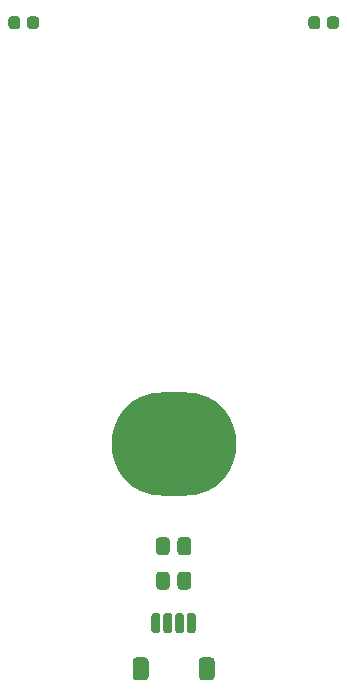
<source format=gts>
G04 #@! TF.GenerationSoftware,KiCad,Pcbnew,6.0.2+dfsg-1*
G04 #@! TF.CreationDate,2024-06-30T21:19:04-06:00*
G04 #@! TF.ProjectId,ckt-axle,636b742d-6178-46c6-952e-6b696361645f,rev?*
G04 #@! TF.SameCoordinates,Original*
G04 #@! TF.FileFunction,Soldermask,Top*
G04 #@! TF.FilePolarity,Negative*
%FSLAX46Y46*%
G04 Gerber Fmt 4.6, Leading zero omitted, Abs format (unit mm)*
G04 Created by KiCad (PCBNEW 6.0.2+dfsg-1) date 2024-06-30 21:19:04*
%MOMM*%
%LPD*%
G01*
G04 APERTURE LIST*
%ADD10O,10.552400X8.752400*%
G04 APERTURE END LIST*
G36*
G01*
X140049800Y-70995250D02*
X140049800Y-70482750D01*
G75*
G02*
X140344750Y-70187800I294950J0D01*
G01*
X140782250Y-70187800D01*
G75*
G02*
X141077200Y-70482750I0J-294950D01*
G01*
X141077200Y-70995250D01*
G75*
G02*
X140782250Y-71290200I-294950J0D01*
G01*
X140344750Y-71290200D01*
G75*
G02*
X140049800Y-70995250I0J294950D01*
G01*
G37*
G36*
G01*
X141624800Y-70995250D02*
X141624800Y-70482750D01*
G75*
G02*
X141919750Y-70187800I294950J0D01*
G01*
X142357250Y-70187800D01*
G75*
G02*
X142652200Y-70482750I0J-294950D01*
G01*
X142652200Y-70995250D01*
G75*
G02*
X142357250Y-71290200I-294950J0D01*
G01*
X141919750Y-71290200D01*
G75*
G02*
X141624800Y-70995250I0J294950D01*
G01*
G37*
G36*
G01*
X126774800Y-122196000D02*
X126774800Y-120946000D01*
G75*
G02*
X127001000Y-120719800I226200J0D01*
G01*
X127301000Y-120719800D01*
G75*
G02*
X127527200Y-120946000I0J-226200D01*
G01*
X127527200Y-122196000D01*
G75*
G02*
X127301000Y-122422200I-226200J0D01*
G01*
X127001000Y-122422200D01*
G75*
G02*
X126774800Y-122196000I0J226200D01*
G01*
G37*
G36*
G01*
X127774800Y-122196000D02*
X127774800Y-120946000D01*
G75*
G02*
X128001000Y-120719800I226200J0D01*
G01*
X128301000Y-120719800D01*
G75*
G02*
X128527200Y-120946000I0J-226200D01*
G01*
X128527200Y-122196000D01*
G75*
G02*
X128301000Y-122422200I-226200J0D01*
G01*
X128001000Y-122422200D01*
G75*
G02*
X127774800Y-122196000I0J226200D01*
G01*
G37*
G36*
G01*
X128774800Y-122196000D02*
X128774800Y-120946000D01*
G75*
G02*
X129001000Y-120719800I226200J0D01*
G01*
X129301000Y-120719800D01*
G75*
G02*
X129527200Y-120946000I0J-226200D01*
G01*
X129527200Y-122196000D01*
G75*
G02*
X129301000Y-122422200I-226200J0D01*
G01*
X129001000Y-122422200D01*
G75*
G02*
X128774800Y-122196000I0J226200D01*
G01*
G37*
G36*
G01*
X129774800Y-122196000D02*
X129774800Y-120946000D01*
G75*
G02*
X130001000Y-120719800I226200J0D01*
G01*
X130301000Y-120719800D01*
G75*
G02*
X130527200Y-120946000I0J-226200D01*
G01*
X130527200Y-122196000D01*
G75*
G02*
X130301000Y-122422200I-226200J0D01*
G01*
X130001000Y-122422200D01*
G75*
G02*
X129774800Y-122196000I0J226200D01*
G01*
G37*
G36*
G01*
X130774800Y-126096000D02*
X130774800Y-124796000D01*
G75*
G02*
X131101000Y-124469800I326200J0D01*
G01*
X131801000Y-124469800D01*
G75*
G02*
X132127200Y-124796000I0J-326200D01*
G01*
X132127200Y-126096000D01*
G75*
G02*
X131801000Y-126422200I-326200J0D01*
G01*
X131101000Y-126422200D01*
G75*
G02*
X130774800Y-126096000I0J326200D01*
G01*
G37*
G36*
G01*
X125174800Y-126096000D02*
X125174800Y-124796000D01*
G75*
G02*
X125501000Y-124469800I326200J0D01*
G01*
X126201000Y-124469800D01*
G75*
G02*
X126527200Y-124796000I0J-326200D01*
G01*
X126527200Y-126096000D01*
G75*
G02*
X126201000Y-126422200I-326200J0D01*
G01*
X125501000Y-126422200D01*
G75*
G02*
X125174800Y-126096000I0J326200D01*
G01*
G37*
G36*
G01*
X130152200Y-117533000D02*
X130152200Y-118433000D01*
G75*
G02*
X129826000Y-118759200I-326200J0D01*
G01*
X129301000Y-118759200D01*
G75*
G02*
X128974800Y-118433000I0J326200D01*
G01*
X128974800Y-117533000D01*
G75*
G02*
X129301000Y-117206800I326200J0D01*
G01*
X129826000Y-117206800D01*
G75*
G02*
X130152200Y-117533000I0J-326200D01*
G01*
G37*
G36*
G01*
X128327200Y-117533000D02*
X128327200Y-118433000D01*
G75*
G02*
X128001000Y-118759200I-326200J0D01*
G01*
X127476000Y-118759200D01*
G75*
G02*
X127149800Y-118433000I0J326200D01*
G01*
X127149800Y-117533000D01*
G75*
G02*
X127476000Y-117206800I326200J0D01*
G01*
X128001000Y-117206800D01*
G75*
G02*
X128327200Y-117533000I0J-326200D01*
G01*
G37*
G36*
G01*
X130152200Y-114612000D02*
X130152200Y-115512000D01*
G75*
G02*
X129826000Y-115838200I-326200J0D01*
G01*
X129301000Y-115838200D01*
G75*
G02*
X128974800Y-115512000I0J326200D01*
G01*
X128974800Y-114612000D01*
G75*
G02*
X129301000Y-114285800I326200J0D01*
G01*
X129826000Y-114285800D01*
G75*
G02*
X130152200Y-114612000I0J-326200D01*
G01*
G37*
G36*
G01*
X128327200Y-114612000D02*
X128327200Y-115512000D01*
G75*
G02*
X128001000Y-115838200I-326200J0D01*
G01*
X127476000Y-115838200D01*
G75*
G02*
X127149800Y-115512000I0J326200D01*
G01*
X127149800Y-114612000D01*
G75*
G02*
X127476000Y-114285800I326200J0D01*
G01*
X128001000Y-114285800D01*
G75*
G02*
X128327200Y-114612000I0J-326200D01*
G01*
G37*
G36*
G01*
X117252200Y-70482750D02*
X117252200Y-70995250D01*
G75*
G02*
X116957250Y-71290200I-294950J0D01*
G01*
X116519750Y-71290200D01*
G75*
G02*
X116224800Y-70995250I0J294950D01*
G01*
X116224800Y-70482750D01*
G75*
G02*
X116519750Y-70187800I294950J0D01*
G01*
X116957250Y-70187800D01*
G75*
G02*
X117252200Y-70482750I0J-294950D01*
G01*
G37*
G36*
G01*
X115677200Y-70482750D02*
X115677200Y-70995250D01*
G75*
G02*
X115382250Y-71290200I-294950J0D01*
G01*
X114944750Y-71290200D01*
G75*
G02*
X114649800Y-70995250I0J294950D01*
G01*
X114649800Y-70482750D01*
G75*
G02*
X114944750Y-70187800I294950J0D01*
G01*
X115382250Y-70187800D01*
G75*
G02*
X115677200Y-70482750I0J-294950D01*
G01*
G37*
D10*
X128651000Y-106426000D03*
M02*

</source>
